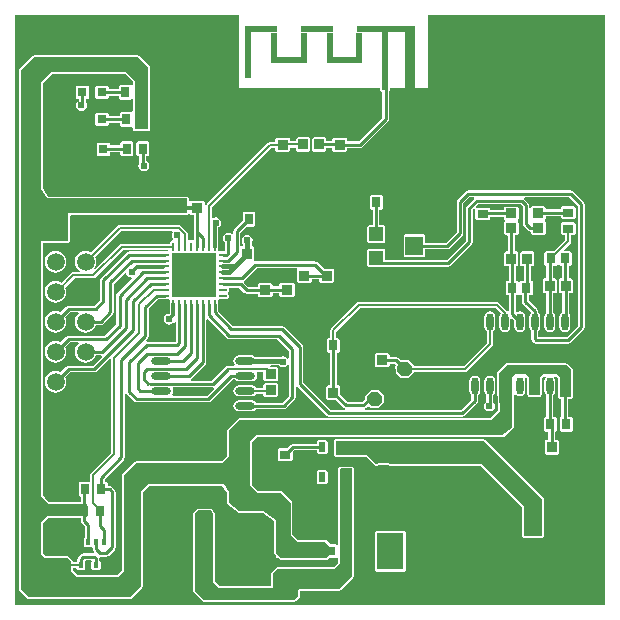
<source format=gtl>
G04 Layer_Physical_Order=1*
G04 Layer_Color=255*
%FSLAX25Y25*%
%MOIN*%
G70*
G01*
G75*
%ADD10R,0.03150X0.03150*%
%ADD11O,0.00984X0.03150*%
%ADD12O,0.03150X0.00984*%
%ADD13R,0.14567X0.14567*%
%ADD14R,0.03740X0.03347*%
%ADD15O,0.06693X0.02362*%
%ADD16R,0.08858X0.03150*%
%ADD17R,0.08858X0.12402*%
%ADD18R,0.02362X0.03347*%
%ADD19R,0.04724X0.04724*%
%ADD20R,0.05905X0.06299*%
%ADD21R,0.03150X0.03543*%
%ADD22R,0.03701X0.03307*%
%ADD23O,0.02362X0.05709*%
%ADD24R,0.03347X0.03740*%
%ADD25R,0.02953X0.03740*%
%ADD26R,0.03740X0.02953*%
%ADD27R,0.01772X0.01929*%
%ADD28R,0.01968X0.01968*%
%ADD29C,0.01600*%
%ADD30C,0.01000*%
%ADD31C,0.00800*%
%ADD32C,0.01200*%
%ADD33C,0.00600*%
%ADD34R,0.01968X0.10394*%
%ADD35R,0.10630X0.01968*%
%ADD36R,0.07874X0.01968*%
%ADD37R,0.01968X0.15512*%
%ADD38R,0.19685X0.01968*%
%ADD39R,0.01968X0.19291*%
%ADD40R,0.03543X0.19291*%
%ADD41C,0.03200*%
%ADD42R,0.05905X0.05905*%
%ADD43C,0.05905*%
%ADD44C,0.03937*%
%ADD45C,0.02400*%
G36*
X354331Y236221D02*
X157480D01*
Y433071D01*
X232283D01*
X232283Y408465D01*
X279320D01*
Y408000D01*
X279510Y407541D01*
X279969Y407351D01*
X279978D01*
Y398765D01*
X272093Y390879D01*
X268283D01*
Y391431D01*
X268093Y391890D01*
X267633Y392080D01*
X263893D01*
X263434Y391890D01*
X263244Y391431D01*
Y390921D01*
X261278D01*
Y391670D01*
X261088Y392129D01*
X260628Y392319D01*
X257282D01*
X256823Y392129D01*
X256632Y391670D01*
Y387930D01*
X256823Y387471D01*
X257282Y387281D01*
X260628D01*
X261088Y387471D01*
X261278Y387930D01*
Y388678D01*
X263244D01*
Y388084D01*
X263434Y387625D01*
X263893Y387435D01*
X267633D01*
X268093Y387625D01*
X268283Y388084D01*
Y388636D01*
X272557D01*
X272557Y388636D01*
X272987Y388721D01*
X273351Y388964D01*
X281893Y397507D01*
X281893Y397507D01*
X282136Y397871D01*
X282222Y398300D01*
Y407468D01*
X282397Y407541D01*
X282587Y408000D01*
Y408104D01*
X282634Y408216D01*
Y408465D01*
X295276D01*
X295276Y433071D01*
X354331D01*
Y236221D01*
D02*
G37*
%LPC*%
G36*
X163900Y419649D02*
X163441Y419459D01*
X159041Y415059D01*
X158851Y414600D01*
X158851Y400142D01*
X158851Y400142D01*
Y241753D01*
X159041Y241294D01*
X161893Y238442D01*
X162352Y238252D01*
X195901D01*
X196361Y238442D01*
X199959Y242041D01*
X200149Y242500D01*
Y273931D01*
X202322Y276104D01*
X226713D01*
X228351Y273619D01*
Y270140D01*
X228367Y270100D01*
X228356Y270059D01*
X228460Y269876D01*
X228541Y269681D01*
X228581Y269664D01*
X228602Y269627D01*
X231744Y267192D01*
X231947Y267136D01*
X232142Y267055D01*
X240077Y267055D01*
X243865Y264214D01*
X243865Y253707D01*
X244055Y253248D01*
X244421Y252882D01*
Y252487D01*
X244612Y252027D01*
X245071Y251837D01*
X245466D01*
X245762Y251541D01*
X246221Y251350D01*
X261355Y251351D01*
X261571Y251440D01*
X261790Y251517D01*
X262362Y252032D01*
X264439D01*
X264742Y252158D01*
X265243Y251913D01*
X265249Y250368D01*
X263731Y248849D01*
X245024Y248849D01*
X244565Y248659D01*
X243241Y247335D01*
X243051Y246876D01*
Y242649D01*
X225869D01*
X224149Y244369D01*
X224149Y266700D01*
X224075Y266880D01*
X224034Y267070D01*
X223271Y268170D01*
X223220Y268203D01*
X223197Y268259D01*
X223017Y268334D01*
X222853Y268439D01*
X222794Y268426D01*
X222738Y268449D01*
X219100Y268449D01*
X219100Y268449D01*
X219100Y268449D01*
X218600Y268449D01*
X218363Y268352D01*
X218141Y268259D01*
X217141Y267259D01*
X216950Y266800D01*
X216951Y241085D01*
X217040Y240869D01*
X217119Y240649D01*
X219826Y237664D01*
X219841Y237656D01*
X219848Y237641D01*
X220064Y237551D01*
X220275Y237451D01*
X220291Y237457D01*
X220307Y237451D01*
X250715Y237451D01*
X250916Y237534D01*
X251125Y237596D01*
X252410Y238640D01*
X252426Y238671D01*
X252459Y238685D01*
X252542Y238885D01*
X252646Y239077D01*
X252636Y239111D01*
X252649Y239144D01*
Y240931D01*
X252669Y240951D01*
X265700Y240951D01*
X266159Y241141D01*
X270359Y245341D01*
X270549Y245800D01*
Y281800D01*
X270359Y282259D01*
X269900Y282449D01*
X266217D01*
X266082Y282394D01*
X265936Y282386D01*
X265519Y282186D01*
X265444Y282102D01*
X265341Y282059D01*
X265285Y281924D01*
X265187Y281816D01*
X265194Y281704D01*
X265151Y281600D01*
Y273000D01*
X265151Y272999D01*
X265151Y272997D01*
X265222Y256621D01*
X264723Y256363D01*
X264439Y256481D01*
X262737D01*
X261359Y257859D01*
X260900Y258049D01*
X251922D01*
X250049Y259923D01*
Y270400D01*
X249859Y270859D01*
X246559Y274159D01*
X246100Y274349D01*
X238669Y274349D01*
X236649Y276369D01*
Y290531D01*
X238369Y292251D01*
X320000Y292251D01*
X320200Y292333D01*
X320408Y292394D01*
X323508Y294895D01*
X323525Y294927D01*
X323559Y294941D01*
X323642Y295141D01*
X323746Y295331D01*
X323735Y295366D01*
X323749Y295400D01*
Y295700D01*
X323749Y295700D01*
Y306633D01*
X324249Y306785D01*
X324545Y306343D01*
X325134Y305949D01*
X325829Y305811D01*
X326524Y305949D01*
X327113Y306343D01*
X327507Y306932D01*
X327645Y307627D01*
Y310973D01*
X327507Y311668D01*
X327426Y311789D01*
X327650Y312354D01*
X327794Y312387D01*
X328251Y311931D01*
X328251Y306554D01*
X328441Y306094D01*
X328794Y305741D01*
X329254Y305551D01*
X329800Y305551D01*
X332146Y305551D01*
X332606Y305741D01*
X332959Y306094D01*
X333149Y306554D01*
Y312031D01*
X333769Y312651D01*
X334302D01*
X334474Y312151D01*
X334151Y311668D01*
X334013Y310973D01*
Y307627D01*
X334151Y306932D01*
X334545Y306343D01*
X334708Y306234D01*
Y299020D01*
X334524D01*
X334064Y298829D01*
X333874Y298370D01*
Y294630D01*
X334064Y294171D01*
X334524Y293981D01*
X335292D01*
Y291463D01*
X334740D01*
X334281Y291273D01*
X334091Y290813D01*
Y287073D01*
X334281Y286614D01*
X334740Y286424D01*
X338087D01*
X338546Y286614D01*
X338736Y287073D01*
Y290813D01*
X338546Y291273D01*
X338087Y291463D01*
X337535D01*
Y294005D01*
X337935Y294171D01*
X338126Y294630D01*
Y298370D01*
X337935Y298829D01*
X337476Y299020D01*
X336951D01*
Y306234D01*
X337113Y306343D01*
X337507Y306932D01*
X337645Y307627D01*
Y310973D01*
X337507Y311668D01*
X337319Y311950D01*
X337524Y312479D01*
X337826Y312544D01*
X338451Y312075D01*
Y305600D01*
X338641Y305141D01*
X339100Y304951D01*
X339708D01*
Y298965D01*
X339379Y298829D01*
X339189Y298370D01*
Y294630D01*
X339379Y294171D01*
X339839Y293981D01*
X342791D01*
X343250Y294171D01*
X343441Y294630D01*
Y298370D01*
X343250Y298829D01*
X342791Y299020D01*
X341951D01*
Y304951D01*
X342800D01*
X343259Y305141D01*
X343449Y305600D01*
X343449Y314928D01*
X343438Y314956D01*
X343447Y314984D01*
X343344Y315182D01*
X343259Y315387D01*
X343232Y315399D01*
X343218Y315425D01*
X341703Y316697D01*
X341491Y316764D01*
X341286Y316849D01*
X321500Y316849D01*
X321041Y316659D01*
X318541Y314159D01*
X318351Y313700D01*
X318351Y306200D01*
X318405Y306068D01*
X318448Y301067D01*
X315931Y298549D01*
X232400D01*
X231941Y298359D01*
X228541Y294959D01*
X228351Y294500D01*
Y290800D01*
Y286096D01*
X226615Y284303D01*
X197953Y284303D01*
X197494Y284113D01*
X193541Y280159D01*
X193351Y279700D01*
X193351Y247869D01*
X191684Y246203D01*
X178416Y246203D01*
X176750Y247869D01*
Y248623D01*
X177917D01*
Y248554D01*
X178107Y248095D01*
X178566Y247905D01*
X180338D01*
X180797Y248095D01*
X180987Y248554D01*
Y250483D01*
X180865Y250778D01*
X181114Y251278D01*
X182907D01*
X183157Y250778D01*
X183035Y250483D01*
Y248554D01*
X183225Y248095D01*
X183684Y247905D01*
X185456D01*
X185915Y248095D01*
X186105Y248554D01*
Y250483D01*
X185915Y250943D01*
X185692Y251035D01*
Y251830D01*
X185671Y251934D01*
X185868Y252201D01*
X186082Y252379D01*
X188000D01*
X188000Y252378D01*
X188429Y252464D01*
X188793Y252707D01*
X190793Y254707D01*
X190793Y254707D01*
X191036Y255071D01*
X191122Y255500D01*
X191122Y255500D01*
Y274000D01*
X191122Y274000D01*
X191036Y274429D01*
X190793Y274793D01*
X189926Y275660D01*
X189562Y275903D01*
X189133Y275988D01*
X189133Y275988D01*
X188412D01*
Y276737D01*
X188222Y277196D01*
X187763Y277386D01*
X187408D01*
Y278322D01*
X193793Y284707D01*
X193793Y284707D01*
X194036Y285071D01*
X194122Y285500D01*
X194122Y285500D01*
Y307134D01*
X194622Y307183D01*
X194664Y306971D01*
X194907Y306607D01*
X197307Y304207D01*
X197307Y304207D01*
X197671Y303964D01*
X198100Y303878D01*
X222000D01*
X222000Y303878D01*
X222429Y303964D01*
X222793Y304207D01*
X230121Y311535D01*
X230748D01*
X230856Y311373D01*
X231445Y310979D01*
X232140Y310841D01*
X236471D01*
X237166Y310979D01*
X237755Y311373D01*
X238149Y311962D01*
X238287Y312657D01*
X238149Y313352D01*
X238063Y313480D01*
X238330Y313980D01*
X240267D01*
Y311584D01*
X240458Y311125D01*
X240917Y310935D01*
X244657D01*
X245116Y311125D01*
X245306Y311584D01*
Y314931D01*
X245116Y315390D01*
X244657Y315580D01*
X242784D01*
X242667Y315729D01*
X242910Y316229D01*
X245517D01*
X245602Y316102D01*
X246198Y315704D01*
X246900Y315565D01*
X247602Y315704D01*
X248198Y316102D01*
X248378Y316373D01*
X248879Y316221D01*
Y305965D01*
X246692Y303778D01*
X237864D01*
X237755Y303941D01*
X237166Y304334D01*
X236471Y304473D01*
X232140D01*
X231445Y304334D01*
X230856Y303941D01*
X230462Y303352D01*
X230324Y302657D01*
X230462Y301962D01*
X230856Y301373D01*
X231445Y300979D01*
X232140Y300841D01*
X236471D01*
X237166Y300979D01*
X237755Y301373D01*
X237863Y301535D01*
X247157D01*
X247157Y301535D01*
X247586Y301620D01*
X247950Y301864D01*
X250793Y304707D01*
X250793Y304707D01*
X251036Y305071D01*
X251121Y305500D01*
Y309033D01*
X251559Y309190D01*
X251622Y309192D01*
X261407Y299407D01*
X261407Y299407D01*
X261771Y299164D01*
X262200Y299078D01*
X306700D01*
X306700Y299078D01*
X307129Y299164D01*
X307493Y299407D01*
X311622Y303536D01*
X311865Y303900D01*
X311951Y304329D01*
X311951Y304329D01*
Y306234D01*
X312113Y306343D01*
X312507Y306932D01*
X312645Y307627D01*
Y310973D01*
X312507Y311668D01*
X312113Y312257D01*
X311524Y312651D01*
X310829Y312789D01*
X310134Y312651D01*
X309545Y312257D01*
X309151Y311668D01*
X309013Y310973D01*
Y307627D01*
X309151Y306932D01*
X309545Y306343D01*
X309708Y306234D01*
Y304794D01*
X306235Y301322D01*
X274299D01*
X274263Y301416D01*
X274216Y301821D01*
X274493Y302007D01*
X275265Y302779D01*
X276074Y302039D01*
X276541Y301869D01*
X278529Y301955D01*
X278979Y302166D01*
X280324Y303633D01*
X280494Y304100D01*
X280407Y306088D01*
X280197Y306538D01*
X278730Y307883D01*
X278262Y308053D01*
X276274Y307966D01*
X275824Y307756D01*
X274480Y306289D01*
X274310Y305821D01*
X274344Y305030D01*
X273235Y303922D01*
X268450D01*
X266008Y306363D01*
Y308970D01*
X265817Y309429D01*
X265358Y309620D01*
X264797D01*
Y320379D01*
X265250D01*
X265710Y320569D01*
X265900Y321028D01*
Y324572D01*
X265710Y325031D01*
X265250Y325221D01*
X264695D01*
Y327453D01*
X272522Y335280D01*
X317778D01*
X319464Y333594D01*
X319151Y333125D01*
X319013Y332430D01*
Y329083D01*
X319151Y328389D01*
X319545Y327799D01*
X320134Y327406D01*
X320829Y327268D01*
X321524Y327406D01*
X322113Y327799D01*
X322507Y328389D01*
X322645Y329083D01*
Y331701D01*
X323107Y331893D01*
X324013Y330987D01*
Y329083D01*
X324151Y328389D01*
X324545Y327799D01*
X325134Y327406D01*
X325829Y327268D01*
X326524Y327406D01*
X327113Y327799D01*
X327507Y328389D01*
X327645Y329083D01*
Y332430D01*
X327507Y333125D01*
X327113Y333714D01*
X326524Y334108D01*
X325829Y334246D01*
X325134Y334108D01*
X324921Y333966D01*
X324422Y334233D01*
Y339579D01*
X324875D01*
X325334Y339769D01*
X325392Y339908D01*
X325933D01*
X325990Y339769D01*
X326450Y339579D01*
X326508D01*
Y337371D01*
X326508Y337371D01*
X326593Y336942D01*
X326836Y336578D01*
X329559Y333855D01*
X329545Y333714D01*
X329151Y333125D01*
X329013Y332430D01*
Y329083D01*
X329151Y328389D01*
X329545Y327799D01*
X329708Y327691D01*
Y324871D01*
X329708Y324871D01*
X329793Y324442D01*
X330036Y324078D01*
X330407Y323707D01*
X330771Y323464D01*
X331200Y323378D01*
X331200Y323378D01*
X341900D01*
X341900Y323378D01*
X342329Y323464D01*
X342693Y323707D01*
X347093Y328107D01*
X347336Y328471D01*
X347422Y328900D01*
X347422Y328900D01*
Y369900D01*
X347422Y369900D01*
X347336Y370329D01*
X347093Y370693D01*
X347093Y370693D01*
X343593Y374193D01*
X343229Y374436D01*
X342800Y374522D01*
X342800Y374521D01*
X308600D01*
X308600Y374522D01*
X308171Y374436D01*
X307807Y374193D01*
X307807Y374193D01*
X305107Y371493D01*
X304864Y371129D01*
X304778Y370700D01*
X304779Y370700D01*
Y360665D01*
X301236Y357122D01*
X294311D01*
Y359150D01*
X294121Y359609D01*
X293661Y359799D01*
X287756D01*
X287297Y359609D01*
X287106Y359150D01*
Y352850D01*
X287297Y352391D01*
X287756Y352201D01*
X293661D01*
X294121Y352391D01*
X294311Y352850D01*
Y354878D01*
X301700D01*
X301700Y354878D01*
X302129Y354964D01*
X302493Y355207D01*
X306693Y359407D01*
X306936Y359771D01*
X307022Y360200D01*
X307021Y360200D01*
Y370235D01*
X309065Y372278D01*
X310409D01*
X310446Y372231D01*
X310592Y371778D01*
X308207Y369393D01*
X307964Y369029D01*
X307878Y368600D01*
X307878Y368600D01*
Y357765D01*
X301435Y351322D01*
X280925D01*
Y354425D01*
X280735Y354884D01*
X280276Y355075D01*
X275551D01*
X275092Y354884D01*
X274902Y354425D01*
Y349701D01*
X275092Y349242D01*
X275551Y349051D01*
X280276D01*
X280341Y349078D01*
X301900D01*
X301900Y349078D01*
X302329Y349164D01*
X302693Y349407D01*
X309793Y356507D01*
X309793Y356507D01*
X310036Y356871D01*
X310122Y357300D01*
X310121Y357300D01*
Y368135D01*
X310665Y368679D01*
X311089Y368396D01*
X311060Y368325D01*
X310981Y368134D01*
Y365181D01*
X311171Y364722D01*
X311630Y364532D01*
X315370D01*
X315829Y364722D01*
X316020Y365181D01*
Y365694D01*
X320529D01*
Y365162D01*
X320720Y364703D01*
X320763Y364685D01*
Y364144D01*
X320720Y364125D01*
X320529Y363666D01*
Y360359D01*
X320720Y359900D01*
X321179Y359710D01*
X321554D01*
X321908Y359356D01*
X321908Y354176D01*
X321298D01*
X320839Y353986D01*
X320649Y353527D01*
Y349787D01*
X320839Y349327D01*
X321298Y349137D01*
X322179D01*
Y344421D01*
X321725D01*
X321266Y344231D01*
X321076Y343772D01*
Y340228D01*
X321266Y339769D01*
X321725Y339579D01*
X322179D01*
Y334351D01*
X321678Y334200D01*
X321550Y334392D01*
X318921Y337021D01*
X318590Y337242D01*
X318200Y337320D01*
X272100D01*
X271710Y337242D01*
X271379Y337021D01*
X262955Y328597D01*
X262734Y328266D01*
X262656Y327876D01*
Y325221D01*
X262101D01*
X261642Y325031D01*
X261451Y324572D01*
Y321028D01*
X261642Y320569D01*
X262101Y320379D01*
X262554D01*
Y309620D01*
X262012D01*
X261553Y309429D01*
X261362Y308970D01*
Y305230D01*
X261553Y304771D01*
X262012Y304581D01*
X264618D01*
X267192Y302007D01*
X267192Y302007D01*
X267469Y301821D01*
X267422Y301416D01*
X267386Y301322D01*
X262665D01*
X253521Y310465D01*
Y322400D01*
X253522Y322400D01*
X253436Y322829D01*
X253193Y323193D01*
X247293Y329093D01*
X246929Y329336D01*
X246500Y329422D01*
X246500Y329421D01*
X230165D01*
X225211Y334375D01*
Y336653D01*
X225203Y336694D01*
Y337736D01*
X225194Y337780D01*
X225620Y338206D01*
X225664Y338197D01*
X227830D01*
X228256Y338282D01*
X228617Y338523D01*
X228859Y338884D01*
X228943Y339310D01*
X228859Y339737D01*
X228713Y339954D01*
X228652Y340295D01*
X228713Y340635D01*
X228859Y340853D01*
X228943Y341279D01*
X228874Y341626D01*
X228999Y341889D01*
X229179Y342126D01*
X232288D01*
X234017Y340397D01*
X234381Y340154D01*
X234810Y340069D01*
X234810Y340069D01*
X238410D01*
Y339517D01*
X238600Y339058D01*
X239059Y338867D01*
X242799D01*
X243258Y339058D01*
X243449Y339517D01*
Y340326D01*
X245701D01*
Y339774D01*
X245891Y339315D01*
X246350Y339125D01*
X250091D01*
X250550Y339315D01*
X250740Y339774D01*
Y343121D01*
X250550Y343580D01*
X250091Y343770D01*
X246350D01*
X245891Y343580D01*
X245701Y343121D01*
Y342569D01*
X243449D01*
Y342863D01*
X243258Y343323D01*
X242799Y343513D01*
X239059D01*
X238600Y343323D01*
X238410Y342863D01*
Y342312D01*
X235274D01*
X233839Y343747D01*
X233926Y344367D01*
X234009Y344423D01*
X238165Y348579D01*
X251430D01*
X251600Y348108D01*
X251410Y347648D01*
Y344302D01*
X251600Y343843D01*
X252059Y343653D01*
X255799D01*
X256258Y343843D01*
X256449Y344302D01*
Y344984D01*
X258910D01*
Y344432D01*
X259100Y343973D01*
X259559Y343782D01*
X263299D01*
X263758Y343973D01*
X263949Y344432D01*
Y347778D01*
X263758Y348238D01*
X263299Y348428D01*
X260458D01*
X258393Y350493D01*
X258029Y350736D01*
X257600Y350822D01*
X257600Y350821D01*
X237700D01*
X237700Y350822D01*
X237644Y350811D01*
X237285Y351249D01*
X237365Y351443D01*
Y355183D01*
X237175Y355643D01*
X236716Y355833D01*
X236427D01*
Y356696D01*
X236696Y357098D01*
X236835Y357800D01*
X236696Y358502D01*
X236298Y359098D01*
X235702Y359496D01*
X235000Y359635D01*
X234298Y359496D01*
X233702Y359098D01*
X233304Y358502D01*
X233165Y357800D01*
X233304Y357098D01*
X233573Y356696D01*
Y355905D01*
X233377Y355833D01*
X233369D01*
X233301Y355804D01*
X233113Y355735D01*
X232622Y356007D01*
Y360393D01*
X234609Y362381D01*
X237019D01*
X237478Y362571D01*
X237668Y363030D01*
Y366770D01*
X237478Y367229D01*
X237019Y367420D01*
X234066D01*
X233607Y367229D01*
X233417Y366770D01*
Y364360D01*
X230707Y361650D01*
X230464Y361286D01*
X230378Y360857D01*
X230379Y360857D01*
Y360159D01*
X229878Y359977D01*
X229402Y360296D01*
X228700Y360435D01*
X227998Y360296D01*
X227402Y359898D01*
X227004Y359302D01*
X226865Y358600D01*
X227004Y357898D01*
X227402Y357302D01*
X227578Y357185D01*
Y354211D01*
X226747D01*
X226707Y354203D01*
X225664D01*
X225620Y354194D01*
X225194Y354620D01*
X225203Y354665D01*
Y355254D01*
X225220Y355279D01*
X225313Y355747D01*
Y362145D01*
X225698Y362402D01*
X226096Y362998D01*
X226235Y363700D01*
X226096Y364402D01*
X225698Y364998D01*
X225102Y365396D01*
X224400Y365535D01*
X223698Y365396D01*
X223582Y365318D01*
X223141Y365554D01*
Y368799D01*
X242822Y388480D01*
X244332D01*
Y388106D01*
X244523Y387647D01*
X244982Y387457D01*
X248682D01*
X249142Y387647D01*
X249332Y388106D01*
Y388780D01*
X251318D01*
Y387930D01*
X251508Y387471D01*
X251967Y387281D01*
X255313D01*
X255773Y387471D01*
X255963Y387930D01*
Y391670D01*
X255773Y392129D01*
X255313Y392319D01*
X251967D01*
X251508Y392129D01*
X251318Y391670D01*
Y390820D01*
X249332D01*
Y391413D01*
X249142Y391873D01*
X248682Y392063D01*
X244982D01*
X244523Y391873D01*
X244332Y391413D01*
Y390520D01*
X242400D01*
X242010Y390442D01*
X241679Y390221D01*
X221400Y369942D01*
X221252Y369720D01*
X220752Y369831D01*
Y370430D01*
X220562Y370889D01*
X220103Y371079D01*
X216362D01*
X215949Y370908D01*
X215449Y371089D01*
Y371800D01*
X215259Y372259D01*
X214800Y372449D01*
X168569D01*
X166949Y375138D01*
X166949Y400453D01*
X166949Y400453D01*
Y410431D01*
X169769Y413251D01*
X194431Y413251D01*
X196851Y410831D01*
Y409481D01*
X196351Y409381D01*
X196307Y409486D01*
X195848Y409676D01*
X192895D01*
X192436Y409486D01*
X192246Y409027D01*
Y408278D01*
X188749D01*
Y408732D01*
X188559Y409191D01*
X188100Y409381D01*
X184950D01*
X184491Y409191D01*
X184301Y408732D01*
Y405582D01*
X184491Y405123D01*
X184950Y404932D01*
X188100D01*
X188559Y405123D01*
X188749Y405582D01*
Y406035D01*
X192246D01*
Y405287D01*
X192436Y404827D01*
X192895Y404637D01*
X195848D01*
X196307Y404827D01*
X196351Y404932D01*
X196851Y404832D01*
X196851Y400939D01*
X196351Y400610D01*
X196191Y400676D01*
X193238D01*
X192779Y400486D01*
X192588Y400027D01*
Y399278D01*
X188749D01*
Y399731D01*
X188559Y400191D01*
X188100Y400381D01*
X184950D01*
X184491Y400191D01*
X184301Y399731D01*
Y396582D01*
X184491Y396123D01*
X184950Y395933D01*
X188100D01*
X188559Y396123D01*
X188749Y396582D01*
Y397035D01*
X192588D01*
Y396287D01*
X192779Y395827D01*
X193238Y395637D01*
X196191D01*
X196351Y395703D01*
X196851Y395375D01*
Y394900D01*
X197041Y394441D01*
X197500Y394251D01*
X202000D01*
X202459Y394441D01*
X202649Y394900D01*
X202649Y415400D01*
X202459Y415859D01*
X198859Y419459D01*
X198400Y419649D01*
X163900Y419649D01*
D02*
G37*
G36*
X181604Y409381D02*
X178454D01*
X177995Y409191D01*
X177805Y408732D01*
Y405582D01*
X177995Y405123D01*
X178454Y404932D01*
X178908D01*
Y404435D01*
X178402Y404098D01*
X178004Y403502D01*
X177865Y402800D01*
X178004Y402098D01*
X178402Y401502D01*
X178998Y401104D01*
X179700Y400965D01*
X180402Y401104D01*
X180998Y401502D01*
X181396Y402098D01*
X181535Y402800D01*
X181396Y403502D01*
X181151Y403869D01*
Y404932D01*
X181604D01*
X182063Y405123D01*
X182253Y405582D01*
Y408732D01*
X182063Y409191D01*
X181604Y409381D01*
D02*
G37*
G36*
X196319Y390919D02*
X193366D01*
X192907Y390729D01*
X192717Y390270D01*
Y389522D01*
X189253D01*
Y389732D01*
X189063Y390191D01*
X188604Y390381D01*
X185454D01*
X184995Y390191D01*
X184805Y389732D01*
Y386582D01*
X184995Y386123D01*
X185454Y385932D01*
X188604D01*
X189063Y386123D01*
X189253Y386582D01*
Y387279D01*
X192717D01*
Y386530D01*
X192907Y386071D01*
X193366Y385880D01*
X196319D01*
X196778Y386071D01*
X196968Y386530D01*
Y390270D01*
X196778Y390729D01*
X196319Y390919D01*
D02*
G37*
G36*
X201634D02*
X198681D01*
X198222Y390729D01*
X198032Y390270D01*
Y386530D01*
X198222Y386071D01*
X198681Y385880D01*
X199036D01*
Y383749D01*
X198804Y383402D01*
X198665Y382700D01*
X198804Y381998D01*
X199202Y381402D01*
X199798Y381004D01*
X200500Y380865D01*
X201202Y381004D01*
X201798Y381402D01*
X202196Y381998D01*
X202335Y382700D01*
X202196Y383402D01*
X201798Y383998D01*
X201279Y384344D01*
Y385880D01*
X201634D01*
X202093Y386071D01*
X202283Y386530D01*
Y390270D01*
X202093Y390729D01*
X201634Y390919D01*
D02*
G37*
G36*
X279519Y373020D02*
X276566D01*
X276107Y372829D01*
X275917Y372370D01*
Y368630D01*
X276107Y368171D01*
X276566Y367981D01*
X276792D01*
Y362949D01*
X275551D01*
X275092Y362758D01*
X274902Y362299D01*
Y357575D01*
X275092Y357116D01*
X275551Y356925D01*
X280276D01*
X280735Y357116D01*
X280925Y357575D01*
Y362299D01*
X280735Y362758D01*
X280276Y362949D01*
X279035D01*
Y367981D01*
X279519D01*
X279978Y368171D01*
X280168Y368630D01*
Y372370D01*
X279978Y372829D01*
X279519Y373020D01*
D02*
G37*
G36*
X315829Y334246D02*
X315134Y334108D01*
X314545Y333714D01*
X314151Y333125D01*
X314013Y332430D01*
Y329083D01*
X314151Y328389D01*
X314545Y327799D01*
X314810Y327623D01*
Y323652D01*
X307138Y315980D01*
X290411D01*
X290407Y316088D01*
X290197Y316538D01*
X288730Y317883D01*
X288263Y318053D01*
X286275Y317966D01*
X286075Y317873D01*
X285341Y318607D01*
X284977Y318850D01*
X284548Y318936D01*
X284548Y318936D01*
X282449D01*
Y319487D01*
X282258Y319947D01*
X281799Y320137D01*
X278059D01*
X277600Y319947D01*
X277410Y319487D01*
Y316141D01*
X277600Y315682D01*
X278059Y315492D01*
X281799D01*
X282258Y315682D01*
X282449Y316141D01*
Y316693D01*
X284083D01*
X284483Y316293D01*
X284480Y316289D01*
X284310Y315822D01*
X284396Y313833D01*
X284606Y313383D01*
X286074Y312039D01*
X286541Y311869D01*
X288529Y311955D01*
X288979Y312165D01*
X290324Y313633D01*
X290436Y313941D01*
X307561D01*
X307951Y314019D01*
X308282Y314240D01*
X316550Y322508D01*
X316771Y322839D01*
X316849Y323229D01*
Y327623D01*
X317113Y327799D01*
X317507Y328389D01*
X317645Y329083D01*
Y332430D01*
X317507Y333125D01*
X317113Y333714D01*
X316524Y334108D01*
X315829Y334246D01*
D02*
G37*
G36*
X244657Y310265D02*
X240917D01*
X240458Y310075D01*
X240267Y309616D01*
Y308676D01*
X237932D01*
X237755Y308941D01*
X237166Y309334D01*
X236471Y309473D01*
X232140D01*
X231445Y309334D01*
X230856Y308941D01*
X230462Y308352D01*
X230324Y307657D01*
X230462Y306962D01*
X230856Y306373D01*
X231445Y305979D01*
X232140Y305841D01*
X236471D01*
X237166Y305979D01*
X237755Y306373D01*
X237932Y306637D01*
X240267D01*
Y306269D01*
X240458Y305810D01*
X240917Y305620D01*
X244657D01*
X245116Y305810D01*
X245306Y306269D01*
Y309616D01*
X245116Y310075D01*
X244657Y310265D01*
D02*
G37*
G36*
X315829Y312789D02*
X315134Y312651D01*
X314545Y312257D01*
X314151Y311668D01*
X314013Y310973D01*
Y307627D01*
X314151Y306932D01*
X314545Y306343D01*
X314708Y306234D01*
Y304202D01*
X314402Y303998D01*
X314004Y303402D01*
X313865Y302700D01*
X314004Y301998D01*
X314402Y301402D01*
X314998Y301004D01*
X315700Y300865D01*
X316402Y301004D01*
X316998Y301402D01*
X317396Y301998D01*
X317535Y302700D01*
X317396Y303402D01*
X316998Y303998D01*
X316951Y304029D01*
Y306234D01*
X317113Y306343D01*
X317507Y306932D01*
X317645Y307627D01*
Y310973D01*
X317507Y311668D01*
X317113Y312257D01*
X316524Y312651D01*
X315829Y312789D01*
D02*
G37*
G36*
X261107Y291262D02*
X258745D01*
X258286Y291072D01*
X258095Y290613D01*
Y290061D01*
X250229D01*
X250228Y290061D01*
X249799Y289976D01*
X249435Y289733D01*
X249435Y289732D01*
X248206Y288503D01*
X245796D01*
X245337Y288313D01*
X245147Y287854D01*
Y284901D01*
X245337Y284442D01*
X245796Y284251D01*
X249536D01*
X249995Y284442D01*
X250186Y284901D01*
Y287311D01*
X250693Y287818D01*
X258095D01*
Y287266D01*
X258286Y286807D01*
X258745Y286617D01*
X261107D01*
X261566Y286807D01*
X261756Y287266D01*
Y290613D01*
X261566Y291072D01*
X261107Y291262D01*
D02*
G37*
G36*
Y281223D02*
X258745D01*
X258286Y281032D01*
X258095Y280573D01*
Y277227D01*
X258286Y276767D01*
X258745Y276577D01*
X261107D01*
X261566Y276767D01*
X261756Y277227D01*
Y280573D01*
X261566Y281032D01*
X261107Y281223D01*
D02*
G37*
G36*
X313900Y291649D02*
X264500D01*
X264041Y291459D01*
X263851Y291000D01*
Y286400D01*
X263900Y286281D01*
Y286152D01*
X263983Y285951D01*
X264074Y285860D01*
X264124Y285741D01*
X264243Y285691D01*
X264334Y285600D01*
X264463D01*
X264583Y285551D01*
X274731D01*
X277341Y282941D01*
X277800Y282751D01*
X278291D01*
X278411Y282800D01*
X278540D01*
X278625Y282835D01*
X282107D01*
X282193Y282800D01*
X282322D01*
X282441Y282751D01*
X312634D01*
X326451Y268934D01*
Y259300D01*
X326641Y258841D01*
X327100Y258651D01*
X333300Y258651D01*
X333759Y258841D01*
X333949Y259300D01*
Y271600D01*
X333759Y272059D01*
X314359Y291459D01*
X313900Y291649D01*
D02*
G37*
G36*
X287077Y261107D02*
X278219D01*
X277760Y260917D01*
X277570Y260457D01*
Y248056D01*
X277760Y247597D01*
X278219Y247407D01*
X287077D01*
X287536Y247597D01*
X287727Y248056D01*
Y260457D01*
X287536Y260917D01*
X287077Y261107D01*
D02*
G37*
%LPD*%
G36*
X198400Y419000D02*
X202000Y415400D01*
X202000Y394900D01*
X197500D01*
X197500Y411100D01*
X194700Y413900D01*
X169500Y413900D01*
X166300Y410700D01*
Y400453D01*
X166300D01*
X166300Y374957D01*
X168104Y371964D01*
X168006Y371800D01*
X214800D01*
Y367500D01*
X214971Y367329D01*
X214693Y366900D01*
X206600D01*
X175200Y366973D01*
Y357700D01*
X175000Y357500D01*
X166300D01*
Y272725D01*
X168395Y269900D01*
X181600D01*
Y265753D01*
X181138Y265562D01*
X180800Y265900D01*
X168400D01*
X166300Y263800D01*
X166300Y253350D01*
X167497Y251853D01*
X175047Y251853D01*
X176100Y250800D01*
X176100Y247600D01*
X178147Y245553D01*
X191953Y245553D01*
X194000Y247600D01*
X194000Y279700D01*
X197953Y283653D01*
X226890Y283653D01*
X229000Y285833D01*
Y290800D01*
Y294500D01*
X232400Y297900D01*
X316200D01*
X319100Y300800D01*
X319054Y306200D01*
X319000D01*
X319000Y313700D01*
X321500Y316200D01*
X341286Y316200D01*
X342800Y314928D01*
X342800Y305600D01*
X339100D01*
Y312400D01*
X337900Y313300D01*
X333500Y313300D01*
X332500Y312300D01*
Y306554D01*
X332146Y306200D01*
X329800Y306200D01*
X329254Y306200D01*
X328900Y306554D01*
X328900Y312200D01*
X327800Y313300D01*
X324300D01*
X323100Y312400D01*
Y307900D01*
Y306200D01*
Y295700D01*
X323100Y295700D01*
Y295400D01*
X320000Y292900D01*
X238100Y292900D01*
X236000Y290800D01*
Y276100D01*
X238400Y273700D01*
X246100Y273700D01*
X249400Y270400D01*
Y259653D01*
X251654Y257400D01*
X260900D01*
X262300Y256000D01*
X262300Y252850D01*
X261355Y252000D01*
X246221Y252000D01*
X244514Y253707D01*
X244514Y264539D01*
X240294Y267705D01*
X232142Y267705D01*
X229000Y270140D01*
Y273814D01*
X227063Y276753D01*
X202053D01*
X199500Y274200D01*
Y242500D01*
X195901Y238901D01*
X162352D01*
X159500Y241753D01*
Y400142D01*
X159500D01*
X159500Y414600D01*
X163900Y419000D01*
X198400Y419000D01*
D02*
G37*
G36*
X215896Y366643D02*
X215903Y366624D01*
X216362Y366434D01*
X217063D01*
Y360600D01*
X217063Y360600D01*
X217063Y360600D01*
Y358179D01*
X216826Y357999D01*
X216563Y357874D01*
X216216Y357944D01*
X215790Y357859D01*
X215767Y357844D01*
X215267Y358111D01*
Y359953D01*
X215189Y360343D01*
X214968Y360674D01*
X212921Y362721D01*
X212590Y362942D01*
X212200Y363020D01*
X192394D01*
X192004Y362942D01*
X191673Y362721D01*
X182802Y353850D01*
X182030Y354170D01*
X181102Y354292D01*
X180175Y354170D01*
X179311Y353812D01*
X178569Y353242D01*
X177999Y352500D01*
X177641Y351636D01*
X177519Y350709D01*
X177641Y349781D01*
X177999Y348917D01*
X178569Y348175D01*
X179162Y347720D01*
X178992Y347220D01*
X177000D01*
X176610Y347142D01*
X176279Y346921D01*
X173050Y343692D01*
X172894Y343812D01*
X172030Y344170D01*
X171102Y344292D01*
X170175Y344170D01*
X169311Y343812D01*
X168569Y343243D01*
X167999Y342500D01*
X167641Y341636D01*
X167519Y340709D01*
X167641Y339781D01*
X167999Y338917D01*
X168569Y338175D01*
X169311Y337605D01*
X170175Y337247D01*
X171102Y337125D01*
X172030Y337247D01*
X172894Y337605D01*
X173636Y338175D01*
X174206Y338917D01*
X174564Y339781D01*
X174686Y340709D01*
X174564Y341636D01*
X174363Y342121D01*
X177422Y345180D01*
X183700D01*
X184090Y345258D01*
X184421Y345479D01*
X193670Y354728D01*
X208607D01*
X208617Y354703D01*
X208283Y354203D01*
X207693D01*
X207653Y354211D01*
X195590D01*
X195590Y354211D01*
X195161Y354126D01*
X194797Y353883D01*
X194797Y353883D01*
X186207Y345293D01*
X185964Y344929D01*
X185878Y344500D01*
X185878Y344500D01*
Y337965D01*
X184035Y336122D01*
X175394D01*
X175394Y336122D01*
X174965Y336036D01*
X174601Y335793D01*
X174601Y335793D01*
X172700Y333892D01*
X172030Y334170D01*
X171102Y334292D01*
X170175Y334170D01*
X169311Y333812D01*
X168569Y333243D01*
X167999Y332500D01*
X167641Y331636D01*
X167519Y330709D01*
X167641Y329781D01*
X167999Y328917D01*
X168569Y328175D01*
X169311Y327605D01*
X170175Y327247D01*
X171102Y327125D01*
X172030Y327247D01*
X172894Y327605D01*
X173636Y328175D01*
X174206Y328917D01*
X174564Y329781D01*
X174686Y330709D01*
X174564Y331636D01*
X174286Y332306D01*
X175858Y333878D01*
X178576D01*
X178746Y333379D01*
X178569Y333243D01*
X177999Y332500D01*
X177641Y331636D01*
X177519Y330709D01*
X177641Y329781D01*
X177999Y328917D01*
X178569Y328175D01*
X179311Y327605D01*
X180175Y327247D01*
X181102Y327125D01*
X182030Y327247D01*
X182894Y327605D01*
X183636Y328175D01*
X184206Y328917D01*
X184483Y329587D01*
X186208D01*
X186209Y329587D01*
X186638Y329672D01*
X187002Y329915D01*
X190093Y333007D01*
X190336Y333371D01*
X190422Y333800D01*
X190422Y333800D01*
Y343335D01*
X194110Y347024D01*
X194652Y346859D01*
X194704Y346598D01*
X195102Y346002D01*
X195698Y345604D01*
X196209Y345503D01*
X196409Y344996D01*
X191607Y340193D01*
X191364Y339829D01*
X191278Y339400D01*
X191278Y339400D01*
Y329865D01*
X187535Y326121D01*
X175394D01*
X175394Y326122D01*
X174965Y326036D01*
X174601Y325793D01*
X174601Y325793D01*
X172700Y323892D01*
X172030Y324170D01*
X171102Y324292D01*
X170175Y324170D01*
X169311Y323812D01*
X168569Y323242D01*
X167999Y322500D01*
X167641Y321636D01*
X167519Y320709D01*
X167641Y319781D01*
X167999Y318917D01*
X168569Y318175D01*
X169311Y317605D01*
X170175Y317247D01*
X171102Y317125D01*
X172030Y317247D01*
X172894Y317605D01*
X173636Y318175D01*
X174206Y318917D01*
X174564Y319781D01*
X174686Y320709D01*
X174564Y321636D01*
X174286Y322306D01*
X175858Y323879D01*
X178576D01*
X178746Y323378D01*
X178569Y323242D01*
X177999Y322500D01*
X177641Y321636D01*
X177519Y320709D01*
X177641Y319781D01*
X177999Y318917D01*
X178569Y318175D01*
X179311Y317605D01*
X180175Y317247D01*
X181102Y317125D01*
X182030Y317247D01*
X182894Y317605D01*
X183636Y318175D01*
X184206Y318917D01*
X184483Y319587D01*
X186294D01*
X186501Y319087D01*
X183535Y316122D01*
X175394D01*
X175394Y316122D01*
X174965Y316036D01*
X174601Y315793D01*
X174601Y315793D01*
X172700Y313892D01*
X172030Y314170D01*
X171102Y314292D01*
X170175Y314170D01*
X169311Y313812D01*
X168569Y313243D01*
X167999Y312500D01*
X167641Y311636D01*
X167519Y310709D01*
X167641Y309781D01*
X167999Y308917D01*
X168569Y308175D01*
X169311Y307605D01*
X170175Y307247D01*
X171102Y307125D01*
X172030Y307247D01*
X172894Y307605D01*
X173636Y308175D01*
X174206Y308917D01*
X174564Y309781D01*
X174686Y310709D01*
X174564Y311636D01*
X174286Y312306D01*
X175858Y313878D01*
X184000D01*
X184000Y313878D01*
X184429Y313964D01*
X184793Y314207D01*
X189082Y318496D01*
X189582Y318289D01*
Y286880D01*
X182851Y280149D01*
X182652Y279851D01*
X182582Y279500D01*
Y277476D01*
X182448Y277386D01*
X179495D01*
X179036Y277196D01*
X178846Y276737D01*
Y272997D01*
X179036Y272537D01*
X179495Y272347D01*
X179550D01*
Y270549D01*
X168722D01*
X166949Y272940D01*
Y356851D01*
X175000D01*
X175459Y357041D01*
X175659Y357241D01*
X175849Y357700D01*
Y365968D01*
X176203Y366321D01*
X206598Y366251D01*
X206599Y366251D01*
X206600Y366251D01*
X214693D01*
X214759Y366278D01*
X214829Y366265D01*
X214981Y366370D01*
X215152Y366441D01*
X215179Y366507D01*
X215238Y366547D01*
X215333Y366694D01*
X215896Y366643D01*
D02*
G37*
G36*
X345179Y369435D02*
Y329365D01*
X341435Y325622D01*
X331951D01*
Y327691D01*
X332113Y327799D01*
X332507Y328389D01*
X332645Y329083D01*
Y332430D01*
X332507Y333125D01*
X332113Y333714D01*
X331951Y333823D01*
Y334171D01*
X331865Y334600D01*
X331622Y334964D01*
X331622Y334964D01*
X328751Y337835D01*
Y339579D01*
X329599D01*
X330058Y339769D01*
X330249Y340228D01*
Y343772D01*
X330058Y344231D01*
X329599Y344421D01*
X329408D01*
Y349137D01*
X329960D01*
X330419Y349327D01*
X330609Y349787D01*
Y353527D01*
X330419Y353986D01*
X329960Y354176D01*
X326613D01*
X326154Y353986D01*
X325964Y353527D01*
Y349787D01*
X326154Y349327D01*
X326613Y349137D01*
X327165D01*
Y344421D01*
X326450D01*
X325990Y344231D01*
X325933Y344092D01*
X325392D01*
X325334Y344231D01*
X324875Y344421D01*
X324422D01*
Y349137D01*
X324645D01*
X325104Y349327D01*
X325294Y349787D01*
Y353527D01*
X325104Y353986D01*
X324645Y354176D01*
X324504D01*
X324151Y354530D01*
X324151Y359710D01*
X324880D01*
X325339Y359900D01*
X325529Y360359D01*
Y363666D01*
X325339Y364125D01*
X325295Y364144D01*
Y364685D01*
X325339Y364703D01*
X325529Y365162D01*
Y368469D01*
X325339Y368929D01*
X324880Y369119D01*
X321179D01*
X320720Y368929D01*
X320529Y368469D01*
Y367937D01*
X316020D01*
Y368134D01*
X315829Y368593D01*
X315370Y368783D01*
X311630D01*
X311438Y368704D01*
X311368Y368675D01*
X311085Y369099D01*
X311965Y369978D01*
X325935D01*
X326779Y369135D01*
Y363400D01*
X326778Y363400D01*
X326864Y362971D01*
X327107Y362607D01*
X328409Y361305D01*
X328409Y361305D01*
X328772Y361062D01*
X329202Y360977D01*
X329500Y360621D01*
Y360445D01*
X329690Y359986D01*
X330150Y359795D01*
X333850D01*
X334310Y359986D01*
X334500Y360445D01*
Y363752D01*
X334310Y364211D01*
X334266Y364229D01*
Y364771D01*
X334310Y364789D01*
X334500Y365248D01*
Y365950D01*
X339510D01*
Y365595D01*
X339700Y365136D01*
X340159Y364946D01*
X343899D01*
X344358Y365136D01*
X344549Y365595D01*
Y368548D01*
X344358Y369007D01*
X343899Y369198D01*
X340159D01*
X339700Y369007D01*
X339510Y368548D01*
Y368193D01*
X334500D01*
Y368555D01*
X334310Y369014D01*
X333850Y369205D01*
X330150D01*
X329690Y369014D01*
X329500Y368555D01*
X329022Y368607D01*
Y369600D01*
X329022Y369600D01*
X328936Y370029D01*
X328693Y370393D01*
X327308Y371778D01*
X327454Y372231D01*
X327491Y372278D01*
X342335D01*
X345179Y369435D01*
D02*
G37*
G36*
X210190Y360480D02*
X210004Y360202D01*
X209865Y359500D01*
X210004Y358798D01*
X210253Y358426D01*
X210039Y357890D01*
X209884Y357859D01*
X209523Y357617D01*
X209281Y357256D01*
X209197Y356830D01*
Y356767D01*
X193247D01*
X192857Y356689D01*
X192526Y356468D01*
X184378Y348319D01*
X184001Y348650D01*
X184206Y348917D01*
X184564Y349781D01*
X184686Y350709D01*
X184564Y351636D01*
X184244Y352408D01*
X192816Y360980D01*
X209923D01*
X210190Y360480D01*
D02*
G37*
G36*
X209206Y337780D02*
X209197Y337736D01*
Y337146D01*
X209180Y337121D01*
X209087Y336653D01*
Y333506D01*
X209000Y333435D01*
X208298Y333296D01*
X207702Y332898D01*
X207304Y332302D01*
X207165Y331600D01*
X207304Y330898D01*
X207702Y330302D01*
X208298Y329904D01*
X209000Y329765D01*
X209702Y329904D01*
X210298Y330302D01*
X210391Y330441D01*
X211060Y330543D01*
X211157Y330465D01*
Y324243D01*
X211035Y324121D01*
X201500D01*
X201500Y324122D01*
X201394Y324100D01*
X201147Y324561D01*
X201793Y325207D01*
X201793Y325207D01*
X202036Y325571D01*
X202122Y326000D01*
X202122Y326000D01*
Y335035D01*
X205275Y338189D01*
X207653D01*
X207693Y338197D01*
X208735D01*
X208780Y338206D01*
X209206Y337780D01*
D02*
G37*
G36*
X228207Y325207D02*
X228207Y325207D01*
X228571Y324964D01*
X229000Y324879D01*
X245035D01*
X248879Y321035D01*
Y318579D01*
X248378Y318427D01*
X248198Y318698D01*
X247602Y319096D01*
X246900Y319235D01*
X246198Y319096D01*
X246180Y319084D01*
X237541D01*
X237166Y319335D01*
X236471Y319473D01*
X232140D01*
X231445Y319335D01*
X230856Y318941D01*
X230462Y318352D01*
X230324Y317657D01*
X230462Y316962D01*
X230758Y316520D01*
X230553Y316020D01*
X228954D01*
X228929Y316036D01*
X228500Y316122D01*
X228071Y316036D01*
X227707Y315793D01*
X223035Y311122D01*
X216141D01*
X216086Y311620D01*
X216450Y311863D01*
X220946Y316359D01*
X220946Y316359D01*
X221189Y316723D01*
X221274Y317153D01*
Y331433D01*
X221774Y331640D01*
X228207Y325207D01*
D02*
G37*
G36*
X223853Y308439D02*
X221535Y306121D01*
X210236D01*
X209969Y306622D01*
X210196Y306962D01*
X210334Y307657D01*
X210196Y308352D01*
X210139Y308437D01*
X210374Y308878D01*
X223500D01*
X223500Y308878D01*
X223606Y308900D01*
X223853Y308439D01*
D02*
G37*
G36*
X279758Y306059D02*
X279845Y304071D01*
X278500Y302604D01*
X276512Y302517D01*
X275045Y303862D01*
X274958Y305850D01*
X276303Y307317D01*
X278291Y307404D01*
X279758Y306059D01*
D02*
G37*
G36*
X179195Y265237D02*
X179550D01*
Y264329D01*
X179550Y264328D01*
X179635Y263899D01*
X179878Y263535D01*
X180889Y262524D01*
Y258673D01*
X180666Y258580D01*
X180476Y258121D01*
Y256192D01*
X180666Y255733D01*
X181125Y255543D01*
X182897D01*
X182949Y255564D01*
X183449Y255230D01*
Y254930D01*
X183449Y254930D01*
X183534Y254501D01*
X183777Y254137D01*
X183892Y254022D01*
X183685Y253521D01*
X180200D01*
X179771Y253436D01*
X179407Y253193D01*
X179407Y253193D01*
X178659Y252445D01*
X178416Y252081D01*
X178330Y251652D01*
X178330Y251652D01*
Y251035D01*
X178107Y250943D01*
X177991Y250662D01*
X176750D01*
Y250800D01*
X176638Y251069D01*
X176559Y251259D01*
X175506Y252312D01*
X175047Y252503D01*
X167809Y252503D01*
X166949Y253578D01*
X166949Y263531D01*
X168669Y265251D01*
X179163D01*
X179195Y265237D01*
D02*
G37*
G36*
X269900Y245800D02*
X265700Y241600D01*
X252400Y241600D01*
X252000Y241200D01*
Y239144D01*
X250715Y238100D01*
X220307Y238100D01*
X217600Y241085D01*
X217600Y266800D01*
X218600Y267800D01*
X219100Y267800D01*
X222738Y267800D01*
X223500Y266700D01*
X223500Y244100D01*
X225600Y242000D01*
X243700D01*
Y246876D01*
X245024Y248200D01*
X264000Y248200D01*
X265900Y250100D01*
X265800Y273000D01*
Y281600D01*
X266217Y281800D01*
X269900D01*
Y245800D01*
D02*
G37*
%LPC*%
G36*
X171102Y354292D02*
X170175Y354170D01*
X169311Y353812D01*
X168569Y353242D01*
X167999Y352500D01*
X167641Y351636D01*
X167519Y350709D01*
X167641Y349781D01*
X167999Y348917D01*
X168569Y348175D01*
X169311Y347605D01*
X170175Y347247D01*
X171102Y347125D01*
X172030Y347247D01*
X172894Y347605D01*
X173636Y348175D01*
X174206Y348917D01*
X174564Y349781D01*
X174686Y350709D01*
X174564Y351636D01*
X174206Y352500D01*
X173636Y353242D01*
X172894Y353812D01*
X172030Y354170D01*
X171102Y354292D01*
D02*
G37*
G36*
X343899Y363882D02*
X340159D01*
X339700Y363692D01*
X339510Y363233D01*
Y360280D01*
X339700Y359821D01*
X340159Y359631D01*
X341010D01*
Y358041D01*
X337246Y354278D01*
X334692D01*
X334233Y354088D01*
X334043Y353628D01*
Y350085D01*
X334233Y349626D01*
X334692Y349436D01*
X334708D01*
Y345176D01*
X334156D01*
X333697Y344986D01*
X333506Y344527D01*
Y340787D01*
X333697Y340327D01*
X334156Y340137D01*
X334708D01*
Y333823D01*
X334545Y333714D01*
X334151Y333125D01*
X334013Y332430D01*
Y329083D01*
X334151Y328389D01*
X334545Y327799D01*
X335134Y327406D01*
X335829Y327268D01*
X336524Y327406D01*
X337113Y327799D01*
X337507Y328389D01*
X337645Y329083D01*
Y332430D01*
X337507Y333125D01*
X337113Y333714D01*
X336951Y333823D01*
Y340137D01*
X337502D01*
X337962Y340327D01*
X338152Y340787D01*
Y344527D01*
X337962Y344986D01*
X337502Y345176D01*
X336951D01*
Y349436D01*
X337842D01*
X338301Y349626D01*
X338358Y349765D01*
X338900D01*
X338957Y349626D01*
X339417Y349436D01*
X339870D01*
Y345176D01*
X339471D01*
X339012Y344986D01*
X338821Y344527D01*
Y340787D01*
X339012Y340327D01*
X339471Y340137D01*
X340023D01*
Y334033D01*
X339545Y333714D01*
X339151Y333125D01*
X339013Y332430D01*
Y329083D01*
X339151Y328389D01*
X339545Y327799D01*
X340134Y327406D01*
X340829Y327268D01*
X341524Y327406D01*
X342113Y327799D01*
X342507Y328389D01*
X342645Y329083D01*
Y332430D01*
X342507Y333125D01*
X342266Y333486D01*
Y340137D01*
X342817D01*
X343277Y340327D01*
X343467Y340787D01*
Y344527D01*
X343277Y344986D01*
X342817Y345176D01*
X342113D01*
Y349436D01*
X342566D01*
X343025Y349626D01*
X343216Y350085D01*
Y353628D01*
X343025Y354088D01*
X342566Y354278D01*
X340783D01*
X340592Y354740D01*
X342750Y356898D01*
X342971Y357229D01*
X343049Y357619D01*
Y359631D01*
X343899D01*
X344358Y359821D01*
X344549Y360280D01*
Y363233D01*
X344358Y363692D01*
X343899Y363882D01*
D02*
G37*
%LPD*%
G36*
X289758Y316059D02*
X289845Y314071D01*
X288500Y312604D01*
X286512Y312517D01*
X285045Y313862D01*
X284958Y315850D01*
X286303Y317317D01*
X288291Y317404D01*
X289758Y316059D01*
D02*
G37*
G36*
X333300Y271600D02*
Y259300D01*
X327100Y259300D01*
Y269203D01*
X312903Y283400D01*
X282441D01*
X282236Y283485D01*
X278496D01*
X278291Y283400D01*
X277800D01*
X275000Y286200D01*
X264583D01*
X264500Y286400D01*
Y291000D01*
X313900D01*
X333300Y271600D01*
D02*
G37*
D10*
X186525Y407157D02*
D03*
X180029D02*
D03*
X186525Y398157D02*
D03*
X180029D02*
D03*
X187029Y388157D02*
D03*
X180533D02*
D03*
D11*
X224090Y355747D02*
D03*
X222121D02*
D03*
X220153D02*
D03*
X218184D02*
D03*
X216216D02*
D03*
X214247D02*
D03*
X212279D02*
D03*
X210310D02*
D03*
Y336653D02*
D03*
X212279D02*
D03*
X214247D02*
D03*
X216216D02*
D03*
X218184D02*
D03*
X220153D02*
D03*
X222121D02*
D03*
X224090D02*
D03*
D12*
X207653Y353090D02*
D03*
Y351121D02*
D03*
Y349153D02*
D03*
Y347184D02*
D03*
Y345216D02*
D03*
Y343247D02*
D03*
Y341279D02*
D03*
Y339310D02*
D03*
X226747D02*
D03*
Y341279D02*
D03*
Y343247D02*
D03*
Y345216D02*
D03*
Y347184D02*
D03*
Y349153D02*
D03*
Y351121D02*
D03*
Y353090D02*
D03*
D13*
X217200Y346200D02*
D03*
D14*
X253929Y341448D02*
D03*
X248220D02*
D03*
X253929Y345975D02*
D03*
X248220D02*
D03*
X265763Y384442D02*
D03*
Y389757D02*
D03*
X261429Y340790D02*
D03*
Y346105D02*
D03*
X240929Y346505D02*
D03*
Y341190D02*
D03*
X242787Y307943D02*
D03*
Y313258D02*
D03*
X279929Y317814D02*
D03*
Y312499D02*
D03*
X280366Y281162D02*
D03*
Y286477D02*
D03*
X218232Y368757D02*
D03*
Y374072D02*
D03*
X211129Y374172D02*
D03*
Y368857D02*
D03*
X173000Y249642D02*
D03*
Y254958D02*
D03*
D15*
X234306Y302657D02*
D03*
Y307657D02*
D03*
Y312657D02*
D03*
Y317657D02*
D03*
X206353Y302657D02*
D03*
Y307657D02*
D03*
Y312657D02*
D03*
Y317657D02*
D03*
D16*
X260010Y263312D02*
D03*
Y254257D02*
D03*
Y245202D02*
D03*
D17*
X282648Y254257D02*
D03*
D18*
X259926Y278900D02*
D03*
X263666D02*
D03*
X267406D02*
D03*
Y288939D02*
D03*
X259926D02*
D03*
D19*
X277913Y352063D02*
D03*
Y359937D02*
D03*
D20*
X290709Y356000D02*
D03*
D21*
X263675Y322800D02*
D03*
X268400D02*
D03*
X328024Y342000D02*
D03*
X323300D02*
D03*
X340991Y351857D02*
D03*
X336267D02*
D03*
D22*
X246832Y389760D02*
D03*
Y384957D02*
D03*
X323029Y366816D02*
D03*
Y362013D02*
D03*
X332000Y362098D02*
D03*
Y366902D02*
D03*
D23*
X310829Y309300D02*
D03*
X315829D02*
D03*
X320829D02*
D03*
X325829D02*
D03*
X330829D02*
D03*
X335829D02*
D03*
X340829D02*
D03*
X310829Y330757D02*
D03*
X315829D02*
D03*
X320829D02*
D03*
X325829D02*
D03*
X330829D02*
D03*
X335829D02*
D03*
X340829D02*
D03*
D24*
X253640Y389800D02*
D03*
X258955D02*
D03*
X269000Y307100D02*
D03*
X263685D02*
D03*
X322972Y351657D02*
D03*
X328287D02*
D03*
X341728Y288943D02*
D03*
X336413D02*
D03*
X341144Y342657D02*
D03*
X335829D02*
D03*
X241429Y254357D02*
D03*
X246744D02*
D03*
X241372Y245357D02*
D03*
X246687D02*
D03*
X240357Y353313D02*
D03*
X235043D02*
D03*
D25*
X283358Y370500D02*
D03*
X278043D02*
D03*
X336000Y296500D02*
D03*
X341315D02*
D03*
X194372Y407157D02*
D03*
X199687D02*
D03*
X235542Y364900D02*
D03*
X240858D02*
D03*
X186287Y274867D02*
D03*
X180972D02*
D03*
X185987Y267757D02*
D03*
X180672D02*
D03*
X194714Y398157D02*
D03*
X200029D02*
D03*
X194843Y388400D02*
D03*
X200157D02*
D03*
D26*
X313500Y366657D02*
D03*
Y361343D02*
D03*
X342029Y367072D02*
D03*
Y361757D02*
D03*
X247666Y286377D02*
D03*
Y281062D02*
D03*
D27*
X184570Y257157D02*
D03*
X182011D02*
D03*
X179452D02*
D03*
X187129D02*
D03*
X184570Y249519D02*
D03*
X182011D02*
D03*
X179452D02*
D03*
X187129D02*
D03*
D28*
X289200Y409200D02*
D03*
X281000D02*
D03*
D29*
X230797Y349153D02*
X235000Y353356D01*
Y357800D01*
X226747Y349153D02*
X230797D01*
X226747Y347184D02*
X228829D01*
X234306Y317657D02*
X246643D01*
X246900Y317400D01*
X228829Y347184D02*
X230797Y349153D01*
D30*
X180672Y264328D02*
Y274567D01*
X289300Y396400D02*
Y412700D01*
X263676Y307109D02*
X267985Y302800D01*
X279929Y317814D02*
X284548D01*
X287402Y314961D01*
X273700Y302800D02*
X275861Y304961D01*
X228190Y353090D02*
X228700Y353600D01*
X226747Y353090D02*
X228190D01*
X253825Y346105D02*
X261195D01*
X281100Y398300D02*
Y412700D01*
X330829Y324871D02*
Y334171D01*
X335829Y296671D02*
X336413Y296087D01*
X267402Y308699D02*
X269000Y307100D01*
X267402Y308699D02*
Y314961D01*
X323300Y333286D02*
X325829Y330757D01*
X323029Y351714D02*
X323029Y362013D01*
X323029Y351714D02*
X323300Y351443D01*
X323029Y362013D02*
X323115Y362098D01*
X323300Y342000D02*
Y351443D01*
Y333286D02*
Y342000D01*
X329202Y362098D02*
X332000D01*
X327900Y363400D02*
X329202Y362098D01*
X327900Y363400D02*
Y369600D01*
X326400Y371100D02*
X327900Y369600D01*
X311500Y371100D02*
X326400D01*
X309000Y368600D02*
X311500Y371100D01*
X309000Y357300D02*
Y368600D01*
X301900Y350200D02*
X309000Y357300D01*
X279776Y350200D02*
X301900D01*
X277913Y352063D02*
X278437D01*
X335829Y342657D02*
Y350981D01*
Y330757D02*
Y342657D01*
X328287Y342262D02*
Y351657D01*
X327629Y341605D02*
X328287Y342262D01*
X327629Y337371D02*
Y341605D01*
X241187Y341448D02*
X248220D01*
X335610Y351200D02*
X335829Y350981D01*
X335600Y351200D02*
X335610D01*
X198100Y305000D02*
X222000D01*
X195700Y307400D02*
X198100Y305000D01*
X195700Y307400D02*
Y317200D01*
X201500Y323000D01*
X246500Y328300D02*
X252400Y322400D01*
X229700Y328300D02*
X246500D01*
X224090Y333910D02*
X229700Y328300D01*
X222121Y332879D02*
X229000Y326000D01*
X245500D01*
X252400Y310000D02*
Y322400D01*
Y310000D02*
X262200Y300200D01*
X192400Y339400D02*
X200184Y347184D01*
X192400Y329400D02*
Y339400D01*
X188000Y325000D02*
X192400Y329400D01*
X175394Y325000D02*
X188000D01*
X186209Y330709D02*
X189300Y333800D01*
X181102Y330709D02*
X186209D01*
X189300Y333800D02*
Y343800D01*
X196621Y351121D01*
X207653D01*
X346300Y328900D02*
Y369900D01*
X341900Y324500D02*
X346300Y328900D01*
X342800Y373400D02*
X346300Y369900D01*
X332170Y367072D02*
X342029D01*
X332000Y366902D02*
X332170Y367072D01*
X340991Y342809D02*
Y351857D01*
X313658Y366816D02*
X323029D01*
X313500Y366657D02*
X313658Y366816D01*
X341144Y331072D02*
Y342657D01*
X340829Y330757D02*
X341144Y331072D01*
X327629Y337371D02*
X330829Y334171D01*
X340829Y296986D02*
Y309300D01*
X336413Y288943D02*
Y296087D01*
X335829Y296671D02*
Y309300D01*
X222121Y332879D02*
Y336653D01*
X245500Y326000D02*
X250000Y321500D01*
Y305500D02*
Y321500D01*
X247157Y302657D02*
X250000Y305500D01*
X234306Y302657D02*
X247157D01*
X220153Y317153D02*
Y336653D01*
X215657Y312657D02*
X220153Y317153D01*
X206353Y312657D02*
X215657D01*
X206353Y317657D02*
X213657D01*
X216216Y320216D01*
Y336653D01*
X214247Y322747D02*
Y336653D01*
X211500Y320000D02*
X214247Y322747D01*
X201500Y320000D02*
X211500D01*
X198500Y317000D02*
X201500Y320000D01*
X198500Y308500D02*
Y317000D01*
Y308500D02*
X199343Y307657D01*
X206353D01*
X218184Y318684D02*
Y336653D01*
X214500Y315000D02*
X218184Y318684D01*
X201500Y315000D02*
X214500D01*
X200500Y314000D02*
X201500Y315000D01*
X200500Y311500D02*
Y314000D01*
Y311500D02*
X202000Y310000D01*
X212279Y323779D02*
Y336653D01*
X211500Y323000D02*
X212279Y323779D01*
X201500Y323000D02*
X211500D01*
X222000Y305000D02*
X229657Y312657D01*
X234306D01*
X202500Y310000D02*
X223500D01*
X228500Y315000D01*
X204810Y339310D02*
X207653D01*
X201000Y335500D02*
X204810Y339310D01*
X201000Y326000D02*
Y335500D01*
X193000Y318000D02*
X201000Y326000D01*
X193000Y285500D02*
Y318000D01*
X186287Y278787D02*
X193000Y285500D01*
X186287Y274867D02*
Y278787D01*
X185987Y262513D02*
Y267757D01*
Y262513D02*
X187129Y261371D01*
Y257157D02*
Y261371D01*
X186287Y274867D02*
X189133D01*
X190000Y274000D01*
Y255500D02*
Y274000D01*
X188000Y253500D02*
X190000Y255500D01*
X186000Y253500D02*
X188000D01*
X184570Y254930D02*
X186000Y253500D01*
X184570Y254930D02*
Y257157D01*
X182011D02*
Y262989D01*
X180672Y264328D02*
X182011Y262989D01*
X180672Y274567D02*
X180972Y274867D01*
X202747Y343247D02*
X207653D01*
X197000Y337500D02*
X202747Y343247D01*
X197000Y328000D02*
Y337500D01*
X184000Y315000D02*
X197000Y328000D01*
X175394Y315000D02*
X184000D01*
X171102Y310709D02*
X175394Y315000D01*
X201716Y345216D02*
X207653D01*
X194500Y338000D02*
X201716Y345216D01*
X194500Y328500D02*
Y338000D01*
X186709Y320709D02*
X194500Y328500D01*
X181102Y320709D02*
X186709D01*
X171102D02*
X175394Y325000D01*
X195590Y353090D02*
X207653D01*
X187000Y344500D02*
X195590Y353090D01*
X187000Y337500D02*
Y344500D01*
X184500Y335000D02*
X187000Y337500D01*
X175394Y335000D02*
X184500D01*
X171102Y330709D02*
X175394Y335000D01*
X226747Y343247D02*
X232753D01*
X234810Y341190D01*
X240929D01*
X261195Y346105D02*
X261429D01*
X257600Y349700D02*
X261195Y346105D01*
X237700Y349700D02*
X257600D01*
X233216Y345216D02*
X237700Y349700D01*
X226747Y345216D02*
X233216D01*
X220153Y355747D02*
Y358632D01*
X218184Y360600D02*
X220153Y358632D01*
X180029Y388660D02*
X180533Y388157D01*
X187273Y388400D02*
X194843D01*
X187029Y388157D02*
X187273Y388400D01*
X186525Y398157D02*
X194714D01*
X186525Y407157D02*
X194372D01*
X263676Y307109D02*
Y322800D01*
X275861Y304961D02*
X277402D01*
X267985Y302800D02*
X273700D01*
X330829Y324871D02*
X331200Y324500D01*
X341900D01*
X308600Y373400D02*
X342800D01*
X305900Y370700D02*
X308600Y373400D01*
X310829Y304329D02*
Y309300D01*
X224090Y333910D02*
Y336653D01*
X250228Y288939D02*
X259926D01*
X247666Y286377D02*
X250228Y288939D01*
X277913Y359937D02*
Y370371D01*
X306700Y300200D02*
X310829Y304329D01*
X262200Y300200D02*
X306700D01*
X200184Y347184D02*
X207653D01*
X226747Y351121D02*
X228621D01*
X231500Y354000D01*
X180029Y403129D02*
Y407157D01*
X179700Y402800D02*
X180029Y403129D01*
X315829Y302829D02*
Y309300D01*
X315700Y302700D02*
X315829Y302829D01*
X258955Y389800D02*
X265721D01*
X265763Y389757D01*
X272557D01*
X281100Y398300D01*
X179452Y249519D02*
Y251652D01*
X180200Y252400D01*
X184570Y249519D02*
Y251830D01*
X184000Y252400D02*
X184570Y251830D01*
X180200Y252400D02*
X184000D01*
X218184Y355747D02*
Y360600D01*
Y368708D01*
X290709Y356000D02*
X301700D01*
X305900Y360200D01*
Y370700D01*
X200157Y383043D02*
Y388400D01*
Y383043D02*
X200500Y382700D01*
X231500Y354000D02*
Y360857D01*
X235543Y364900D01*
X228700Y353600D02*
Y358600D01*
D31*
X246572Y389500D02*
X246872Y389800D01*
X287402Y314961D02*
X307561D01*
X318200Y336300D02*
X320829Y333671D01*
X272100Y336300D02*
X318200D01*
X263676Y327876D02*
X272100Y336300D01*
X263676Y322800D02*
Y327876D01*
X193247Y355747D02*
X210310D01*
X183700Y346200D02*
X193247Y355747D01*
X177000Y346200D02*
X183700D01*
X171509Y340709D02*
X177000Y346200D01*
X336267Y351857D02*
X342029Y357619D01*
Y361757D01*
X181102Y350709D02*
X192394Y362000D01*
X212200D01*
X214247Y359953D01*
Y355747D02*
Y359953D01*
X212279Y355747D02*
Y358921D01*
X211700Y359500D02*
X212279Y358921D01*
X173038Y249642D02*
X179328D01*
X241600Y315000D02*
X242787Y313813D01*
X228500Y315000D02*
X241600D01*
X234306Y307657D02*
X242501D01*
X222121Y355747D02*
Y369221D01*
X242400Y389500D01*
X246572D01*
X246872Y389800D02*
X253640D01*
X171102Y340709D02*
X171509D01*
X307561Y314961D02*
X315829Y323229D01*
Y330757D01*
X320829D02*
Y333671D01*
D32*
X224090Y363390D02*
X224400Y363700D01*
X218184Y368708D02*
X218232Y368757D01*
X211277Y368708D02*
X218184D01*
X211129Y368857D02*
X211277Y368708D01*
X211229Y374072D02*
X218232D01*
X211129Y374172D02*
X211229Y374072D01*
X210310Y332910D02*
Y336653D01*
X209000Y331600D02*
X210310Y332910D01*
X198200Y349100D02*
X206800D01*
X196400Y347300D02*
X198200Y349100D01*
X224090Y355747D02*
Y363390D01*
D33*
X183500Y279500D02*
X190500Y286500D01*
X183500Y270243D02*
Y279500D01*
Y270243D02*
X185987Y267757D01*
X190500Y286500D02*
Y318500D01*
X199000Y327000D01*
Y336500D01*
X203779Y341279D02*
X207653D01*
X199000Y336500D02*
X203779Y341279D01*
D34*
X272292Y422094D02*
D03*
X262450D02*
D03*
X253788D02*
D03*
X243946D02*
D03*
D35*
X258119Y428276D02*
D03*
X239615D02*
D03*
D36*
X267371Y417882D02*
D03*
X248867D02*
D03*
D37*
X235284Y419535D02*
D03*
D38*
X281151Y428276D02*
D03*
D39*
X280954Y417646D02*
D03*
D40*
X289221D02*
D03*
D41*
X287402Y314961D02*
D03*
X277402Y304961D02*
D03*
X267402Y314961D02*
D03*
D42*
X171102Y360709D02*
D03*
D43*
X181102D02*
D03*
X171102Y350709D02*
D03*
X181102D02*
D03*
X171102Y340709D02*
D03*
X181102D02*
D03*
X171102Y330709D02*
D03*
X181102D02*
D03*
X171102Y320709D02*
D03*
X181102D02*
D03*
X171102Y310709D02*
D03*
X181102D02*
D03*
D44*
X212598Y263779D02*
D03*
X220472D02*
D03*
X322126Y263800D02*
D03*
X330000D02*
D03*
D45*
X200500Y382700D02*
D03*
X211700Y359500D02*
D03*
X209000Y331600D02*
D03*
X196400Y347300D02*
D03*
Y368800D02*
D03*
X235000Y357800D02*
D03*
X179700Y402800D02*
D03*
X315700Y302700D02*
D03*
X246900Y317400D02*
D03*
Y294900D02*
D03*
X175197Y259843D02*
D03*
X159449Y419291D02*
D03*
X162402Y425197D02*
D03*
X168307Y259842D02*
D03*
Y283465D02*
D03*
Y295276D02*
D03*
Y377953D02*
D03*
Y389764D02*
D03*
Y401575D02*
D03*
Y425197D02*
D03*
X174213Y259842D02*
D03*
X171260Y277559D02*
D03*
X174213Y283465D02*
D03*
X171260Y289370D02*
D03*
X174213Y295276D02*
D03*
X171260Y301181D02*
D03*
X174213Y377953D02*
D03*
X171260Y383858D02*
D03*
X174213Y389764D02*
D03*
X171260Y395669D02*
D03*
X174213Y401575D02*
D03*
X171260Y407480D02*
D03*
X174213Y425197D02*
D03*
X177165Y253937D02*
D03*
Y277559D02*
D03*
X180118Y283465D02*
D03*
X177165Y289370D02*
D03*
X180118Y295276D02*
D03*
X177165Y301181D02*
D03*
X180118Y377953D02*
D03*
X177165Y383858D02*
D03*
X180118Y425197D02*
D03*
X183071Y289370D02*
D03*
X186024Y295276D02*
D03*
X183071Y301181D02*
D03*
X186024Y307087D02*
D03*
Y377953D02*
D03*
X183071Y383858D02*
D03*
Y395669D02*
D03*
X186024Y425197D02*
D03*
X191929Y342520D02*
D03*
Y377953D02*
D03*
X188976Y383858D02*
D03*
X191929Y425197D02*
D03*
X197835Y295276D02*
D03*
Y377953D02*
D03*
X194882Y383858D02*
D03*
X197835Y425197D02*
D03*
X203740Y248031D02*
D03*
Y259842D02*
D03*
Y271654D02*
D03*
X200787Y289370D02*
D03*
X203740Y295276D02*
D03*
X200787Y301181D02*
D03*
X203740Y377953D02*
D03*
Y389764D02*
D03*
X200787Y419291D02*
D03*
X203740Y425197D02*
D03*
X206693Y242126D02*
D03*
X209646Y248031D02*
D03*
X206693Y253937D02*
D03*
X209646Y259842D02*
D03*
X206693Y265748D02*
D03*
X209646Y271654D02*
D03*
X206693Y289370D02*
D03*
X209646Y295276D02*
D03*
X206693Y336614D02*
D03*
X209646Y377953D02*
D03*
X206693Y383858D02*
D03*
X209646Y389764D02*
D03*
X206693Y395669D02*
D03*
Y407480D02*
D03*
X209646Y413386D02*
D03*
X206693Y419291D02*
D03*
X209646Y425197D02*
D03*
X212598Y242126D02*
D03*
X215551Y248031D02*
D03*
X212598Y253937D02*
D03*
X215551Y259842D02*
D03*
Y271654D02*
D03*
X212598Y289370D02*
D03*
X215551Y295276D02*
D03*
X212598Y301181D02*
D03*
X215551Y377953D02*
D03*
X212598Y383858D02*
D03*
X215551Y389764D02*
D03*
X212598Y395669D02*
D03*
Y407480D02*
D03*
X215551Y413386D02*
D03*
X212598Y419291D02*
D03*
X215551Y425197D02*
D03*
X221457Y271654D02*
D03*
X218504Y289370D02*
D03*
X221457Y295276D02*
D03*
X218504Y301181D02*
D03*
X221457Y377953D02*
D03*
X218504Y383858D02*
D03*
X221457Y389764D02*
D03*
X218504Y395669D02*
D03*
Y407480D02*
D03*
X221457Y413386D02*
D03*
X218504Y419291D02*
D03*
X221457Y425197D02*
D03*
X227362Y248031D02*
D03*
Y259842D02*
D03*
X224410Y289370D02*
D03*
Y301181D02*
D03*
Y324803D02*
D03*
X227362Y377953D02*
D03*
X224410Y383858D02*
D03*
X227362Y389764D02*
D03*
Y401575D02*
D03*
X224410Y407480D02*
D03*
X227362Y413386D02*
D03*
X224410Y419291D02*
D03*
X227362Y425197D02*
D03*
X233268Y248031D02*
D03*
X230315Y253937D02*
D03*
X233268Y259842D02*
D03*
X230315Y265748D02*
D03*
X233268Y330709D02*
D03*
X230315Y336614D02*
D03*
Y372047D02*
D03*
Y383858D02*
D03*
Y395669D02*
D03*
X233268Y401575D02*
D03*
X230315Y407480D02*
D03*
Y419291D02*
D03*
X236221Y253937D02*
D03*
X239173Y259842D02*
D03*
X236221Y265748D02*
D03*
X239173Y283465D02*
D03*
Y330709D02*
D03*
X236221Y336614D02*
D03*
Y372047D02*
D03*
X239173Y377953D02*
D03*
Y389764D02*
D03*
X236221Y395669D02*
D03*
X239173Y401575D02*
D03*
X242126Y277559D02*
D03*
Y289370D02*
D03*
X245079Y330709D02*
D03*
X242126Y336614D02*
D03*
X245079Y354331D02*
D03*
Y366142D02*
D03*
X242126Y372047D02*
D03*
Y383858D02*
D03*
Y395669D02*
D03*
X245079Y401575D02*
D03*
X250984Y271654D02*
D03*
X248031Y277559D02*
D03*
X250984Y283465D02*
D03*
Y330709D02*
D03*
X248031Y336614D02*
D03*
X250984Y354331D02*
D03*
X248031Y360236D02*
D03*
X250984Y366142D02*
D03*
Y377953D02*
D03*
X248031Y395669D02*
D03*
X250984Y401575D02*
D03*
X256890Y259842D02*
D03*
X253937Y265748D02*
D03*
X256890Y271654D02*
D03*
X253937Y277559D02*
D03*
X256890Y283465D02*
D03*
X253937Y301181D02*
D03*
X256890Y318898D02*
D03*
X253937Y324803D02*
D03*
X256890Y330709D02*
D03*
X253937Y336614D02*
D03*
X256890Y354331D02*
D03*
X253937Y360236D02*
D03*
Y372047D02*
D03*
X256890Y377953D02*
D03*
X253937Y383858D02*
D03*
Y395669D02*
D03*
X256890Y401575D02*
D03*
X262795Y259842D02*
D03*
Y271654D02*
D03*
Y283465D02*
D03*
X259842Y312992D02*
D03*
Y324803D02*
D03*
X262795Y330709D02*
D03*
X259842Y336614D02*
D03*
X262795Y354331D02*
D03*
Y366142D02*
D03*
X259842Y372047D02*
D03*
X262795Y377953D02*
D03*
X259842Y383858D02*
D03*
Y395669D02*
D03*
X262795Y401575D02*
D03*
X268701Y318898D02*
D03*
X265748Y336614D02*
D03*
X268701Y342520D02*
D03*
X265748Y348425D02*
D03*
Y360236D02*
D03*
X268701Y366142D02*
D03*
X265748Y372047D02*
D03*
X268701Y377953D02*
D03*
X265748Y395669D02*
D03*
X268701Y401575D02*
D03*
X271654Y242126D02*
D03*
X274606Y248031D02*
D03*
Y259842D02*
D03*
Y271654D02*
D03*
Y283465D02*
D03*
X271654Y312992D02*
D03*
X274606Y318898D02*
D03*
Y330709D02*
D03*
Y342520D02*
D03*
X271654Y360236D02*
D03*
X274606Y366142D02*
D03*
X271654Y372047D02*
D03*
X274606Y377953D02*
D03*
X271654Y383858D02*
D03*
Y395669D02*
D03*
X274606Y401575D02*
D03*
X277559Y242126D02*
D03*
Y265748D02*
D03*
X280512Y271654D02*
D03*
X277559Y277559D02*
D03*
Y324803D02*
D03*
X280512Y330709D02*
D03*
Y342520D02*
D03*
Y366142D02*
D03*
Y377953D02*
D03*
X277559Y383858D02*
D03*
X280512Y389764D02*
D03*
X283465Y242126D02*
D03*
Y265748D02*
D03*
X286417Y271654D02*
D03*
X283465Y277559D02*
D03*
X286417Y307087D02*
D03*
X283465Y324803D02*
D03*
X286417Y330709D02*
D03*
Y342520D02*
D03*
X283465Y360236D02*
D03*
X286417Y366142D02*
D03*
Y377953D02*
D03*
X283465Y383858D02*
D03*
X286417Y389764D02*
D03*
X283465Y395669D02*
D03*
X286417Y401575D02*
D03*
X289370Y242126D02*
D03*
X292323Y248031D02*
D03*
X289370Y253937D02*
D03*
X292323Y259842D02*
D03*
X289370Y265748D02*
D03*
X292323Y271654D02*
D03*
X289370Y277559D02*
D03*
X292323Y307087D02*
D03*
Y318898D02*
D03*
X289370Y324803D02*
D03*
X292323Y330709D02*
D03*
Y366142D02*
D03*
X289370Y372047D02*
D03*
X292323Y377953D02*
D03*
X289370Y383858D02*
D03*
X292323Y389764D02*
D03*
X289370Y395669D02*
D03*
X292323Y401575D02*
D03*
X295276Y242126D02*
D03*
X298228Y248031D02*
D03*
X295276Y253937D02*
D03*
X298228Y259842D02*
D03*
X295276Y265748D02*
D03*
X298228Y271654D02*
D03*
X295276Y277559D02*
D03*
X298228Y307087D02*
D03*
X295276Y324803D02*
D03*
X298228Y342520D02*
D03*
X295276Y360236D02*
D03*
X298228Y366142D02*
D03*
X295276Y372047D02*
D03*
X298228Y377953D02*
D03*
X295276Y383858D02*
D03*
X298228Y389764D02*
D03*
X295276Y395669D02*
D03*
X298228Y401575D02*
D03*
Y413386D02*
D03*
Y425197D02*
D03*
X301181Y242126D02*
D03*
X304134Y248031D02*
D03*
X301181Y253937D02*
D03*
X304134Y259842D02*
D03*
X301181Y265748D02*
D03*
X304134Y271654D02*
D03*
X301181Y277559D02*
D03*
X304134Y318898D02*
D03*
Y330709D02*
D03*
Y342520D02*
D03*
X301181Y360236D02*
D03*
Y372047D02*
D03*
X304134Y377953D02*
D03*
X301181Y383858D02*
D03*
X304134Y389764D02*
D03*
X301181Y395669D02*
D03*
X304134Y401575D02*
D03*
X301181Y407480D02*
D03*
X304134Y413386D02*
D03*
X301181Y419291D02*
D03*
X304134Y425197D02*
D03*
X307087Y242126D02*
D03*
X310039Y248031D02*
D03*
X307087Y253937D02*
D03*
X310039Y259842D02*
D03*
X307087Y265748D02*
D03*
X310039Y271654D02*
D03*
X307087Y277559D02*
D03*
Y324803D02*
D03*
X310039Y342520D02*
D03*
X307087Y348425D02*
D03*
X310039Y354331D02*
D03*
Y377953D02*
D03*
X307087Y383858D02*
D03*
X310039Y389764D02*
D03*
X307087Y395669D02*
D03*
X310039Y401575D02*
D03*
X307087Y407480D02*
D03*
X310039Y413386D02*
D03*
X307087Y419291D02*
D03*
X310039Y425197D02*
D03*
X312992Y242126D02*
D03*
X315945Y248031D02*
D03*
X312992Y253937D02*
D03*
X315945Y259842D02*
D03*
X312992Y265748D02*
D03*
X315945Y271654D02*
D03*
X312992Y277559D02*
D03*
X315945Y318898D02*
D03*
X312992Y324803D02*
D03*
X315945Y342520D02*
D03*
X312992Y348425D02*
D03*
X315945Y354331D02*
D03*
Y377953D02*
D03*
X312992Y383858D02*
D03*
X315945Y389764D02*
D03*
X312992Y395669D02*
D03*
X315945Y401575D02*
D03*
X312992Y407480D02*
D03*
X315945Y413386D02*
D03*
X312992Y419291D02*
D03*
X315945Y425197D02*
D03*
X318898Y242126D02*
D03*
X321850Y248031D02*
D03*
X318898Y253937D02*
D03*
X321850Y259842D02*
D03*
X318898Y265748D02*
D03*
X321850Y271654D02*
D03*
X318898Y289370D02*
D03*
X321850Y318898D02*
D03*
X318898Y324803D02*
D03*
Y348425D02*
D03*
Y360236D02*
D03*
X321850Y377953D02*
D03*
X318898Y383858D02*
D03*
X321850Y389764D02*
D03*
X318898Y395669D02*
D03*
X321850Y401575D02*
D03*
X318898Y407480D02*
D03*
X321850Y413386D02*
D03*
X318898Y419291D02*
D03*
X321850Y425197D02*
D03*
X324803Y242126D02*
D03*
X327756Y248031D02*
D03*
X324803Y253937D02*
D03*
X327756Y283465D02*
D03*
X324803Y289370D02*
D03*
X327756Y295276D02*
D03*
Y318898D02*
D03*
X324803Y324803D02*
D03*
X327756Y377953D02*
D03*
X324803Y383858D02*
D03*
X327756Y389764D02*
D03*
X324803Y395669D02*
D03*
X327756Y401575D02*
D03*
X324803Y407480D02*
D03*
X327756Y413386D02*
D03*
X324803Y419291D02*
D03*
X327756Y425197D02*
D03*
X330709Y242126D02*
D03*
X333661Y248031D02*
D03*
X330709Y253937D02*
D03*
Y277559D02*
D03*
X333661Y283465D02*
D03*
X330709Y289370D02*
D03*
Y301181D02*
D03*
X333661Y318898D02*
D03*
Y377953D02*
D03*
X330709Y383858D02*
D03*
X333661Y389764D02*
D03*
X330709Y395669D02*
D03*
X333661Y401575D02*
D03*
X330709Y407480D02*
D03*
X333661Y413386D02*
D03*
X330709Y419291D02*
D03*
X333661Y425197D02*
D03*
X336614Y242126D02*
D03*
X339567Y248031D02*
D03*
X336614Y253937D02*
D03*
X339567Y259842D02*
D03*
X336614Y265748D02*
D03*
X339567Y271654D02*
D03*
X336614Y277559D02*
D03*
X339567Y283465D02*
D03*
Y318898D02*
D03*
X336614Y360236D02*
D03*
X339567Y377953D02*
D03*
X336614Y383858D02*
D03*
X339567Y389764D02*
D03*
X336614Y395669D02*
D03*
X339567Y401575D02*
D03*
X336614Y407480D02*
D03*
X339567Y413386D02*
D03*
X336614Y419291D02*
D03*
X339567Y425197D02*
D03*
X342520Y242126D02*
D03*
X345472Y248031D02*
D03*
X342520Y253937D02*
D03*
X345472Y259842D02*
D03*
X342520Y265748D02*
D03*
X345472Y271654D02*
D03*
X342520Y277559D02*
D03*
X345472Y283465D02*
D03*
Y295276D02*
D03*
Y307087D02*
D03*
Y318898D02*
D03*
Y377953D02*
D03*
X342520Y383858D02*
D03*
X345472Y389764D02*
D03*
X342520Y395669D02*
D03*
X345472Y401575D02*
D03*
X342520Y407480D02*
D03*
X345472Y413386D02*
D03*
X342520Y419291D02*
D03*
X345472Y425197D02*
D03*
X348425Y242126D02*
D03*
X351378Y248031D02*
D03*
X348425Y253937D02*
D03*
X351378Y259842D02*
D03*
X348425Y265748D02*
D03*
X351378Y271654D02*
D03*
X348425Y277559D02*
D03*
X351378Y283465D02*
D03*
X348425Y289370D02*
D03*
X351378Y295276D02*
D03*
X348425Y301181D02*
D03*
X351378Y307087D02*
D03*
X348425Y312992D02*
D03*
X351378Y318898D02*
D03*
X348425Y324803D02*
D03*
X351378Y330709D02*
D03*
Y342520D02*
D03*
Y354331D02*
D03*
Y366142D02*
D03*
X348425Y372047D02*
D03*
X351378Y377953D02*
D03*
X348425Y383858D02*
D03*
X351378Y389764D02*
D03*
X348425Y395669D02*
D03*
X351378Y401575D02*
D03*
X348425Y407480D02*
D03*
X351378Y413386D02*
D03*
X348425Y419291D02*
D03*
X351378Y425197D02*
D03*
X227362Y318898D02*
D03*
X242126Y360236D02*
D03*
X224400Y363700D02*
D03*
X228700Y358600D02*
D03*
M02*

</source>
